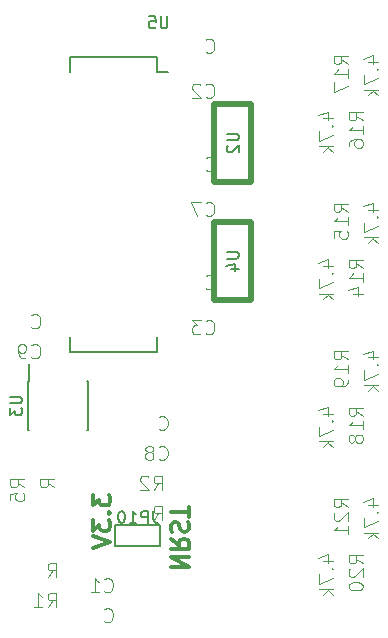
<source format=gbr>
G04 #@! TF.FileFunction,Legend,Bot*
%FSLAX46Y46*%
G04 Gerber Fmt 4.6, Leading zero omitted, Abs format (unit mm)*
G04 Created by KiCad (PCBNEW 4.0.4-stable) date 11/06/16 21:46:29*
%MOMM*%
%LPD*%
G01*
G04 APERTURE LIST*
%ADD10C,0.100000*%
%ADD11C,0.300000*%
%ADD12C,0.150000*%
%ADD13C,0.500000*%
%ADD14C,0.101600*%
G04 APERTURE END LIST*
D10*
D11*
X11178571Y-38785715D02*
X11178571Y-39714286D01*
X11750000Y-39214286D01*
X11750000Y-39428572D01*
X11821429Y-39571429D01*
X11892857Y-39642858D01*
X12035714Y-39714286D01*
X12392857Y-39714286D01*
X12535714Y-39642858D01*
X12607143Y-39571429D01*
X12678571Y-39428572D01*
X12678571Y-39000000D01*
X12607143Y-38857143D01*
X12535714Y-38785715D01*
X12535714Y-40357143D02*
X12607143Y-40428571D01*
X12678571Y-40357143D01*
X12607143Y-40285714D01*
X12535714Y-40357143D01*
X12678571Y-40357143D01*
X11178571Y-40928572D02*
X11178571Y-41857143D01*
X11750000Y-41357143D01*
X11750000Y-41571429D01*
X11821429Y-41714286D01*
X11892857Y-41785715D01*
X12035714Y-41857143D01*
X12392857Y-41857143D01*
X12535714Y-41785715D01*
X12607143Y-41714286D01*
X12678571Y-41571429D01*
X12678571Y-41142857D01*
X12607143Y-41000000D01*
X12535714Y-40928572D01*
X11178571Y-42285714D02*
X12678571Y-42785714D01*
X11178571Y-43285714D01*
X17821429Y-44964285D02*
X19321429Y-44964285D01*
X17821429Y-44107142D01*
X19321429Y-44107142D01*
X17821429Y-42535713D02*
X18535714Y-43035713D01*
X17821429Y-43392856D02*
X19321429Y-43392856D01*
X19321429Y-42821428D01*
X19250000Y-42678570D01*
X19178571Y-42607142D01*
X19035714Y-42535713D01*
X18821429Y-42535713D01*
X18678571Y-42607142D01*
X18607143Y-42678570D01*
X18535714Y-42821428D01*
X18535714Y-43392856D01*
X17892857Y-41964285D02*
X17821429Y-41749999D01*
X17821429Y-41392856D01*
X17892857Y-41249999D01*
X17964286Y-41178570D01*
X18107143Y-41107142D01*
X18250000Y-41107142D01*
X18392857Y-41178570D01*
X18464286Y-41249999D01*
X18535714Y-41392856D01*
X18607143Y-41678570D01*
X18678571Y-41821428D01*
X18750000Y-41892856D01*
X18892857Y-41964285D01*
X19035714Y-41964285D01*
X19178571Y-41892856D01*
X19250000Y-41821428D01*
X19321429Y-41678570D01*
X19321429Y-41321428D01*
X19250000Y-41107142D01*
X19321429Y-40678571D02*
X19321429Y-39821428D01*
X17821429Y-40249999D02*
X19321429Y-40249999D01*
D12*
X16629000Y-1769000D02*
X16629000Y-3039000D01*
X9279000Y-1769000D02*
X9279000Y-3039000D01*
X9279000Y-26679000D02*
X9279000Y-25409000D01*
X16629000Y-26679000D02*
X16629000Y-25409000D01*
X16629000Y-1769000D02*
X9279000Y-1769000D01*
X16629000Y-26679000D02*
X9279000Y-26679000D01*
X16629000Y-3039000D02*
X17564000Y-3039000D01*
D13*
X21500000Y-12300000D02*
X24600000Y-12300000D01*
X21500000Y-5700000D02*
X24600000Y-5700000D01*
X24600000Y-5700000D02*
X24600000Y-12300000D01*
X21500000Y-5700000D02*
X21500000Y-12300000D01*
D12*
X5675000Y-29175000D02*
X5820000Y-29175000D01*
X5675000Y-33325000D02*
X5820000Y-33325000D01*
X10825000Y-33325000D02*
X10680000Y-33325000D01*
X10825000Y-29175000D02*
X10680000Y-29175000D01*
X5675000Y-29175000D02*
X5675000Y-33325000D01*
X10825000Y-29175000D02*
X10825000Y-33325000D01*
X5820000Y-29175000D02*
X5820000Y-27775000D01*
X16905000Y-43139000D02*
X13095000Y-43139000D01*
X13095000Y-43139000D02*
X13095000Y-41361000D01*
X13095000Y-41361000D02*
X16905000Y-41361000D01*
X16905000Y-43139000D02*
X16905000Y-41361000D01*
D13*
X21500000Y-22300000D02*
X24600000Y-22300000D01*
X21500000Y-15700000D02*
X24600000Y-15700000D01*
X24600000Y-15700000D02*
X24600000Y-22300000D01*
X21500000Y-15700000D02*
X21500000Y-22300000D01*
D12*
X17525905Y1703619D02*
X17525905Y894095D01*
X17478286Y798857D01*
X17430667Y751238D01*
X17335429Y703619D01*
X17144952Y703619D01*
X17049714Y751238D01*
X17002095Y798857D01*
X16954476Y894095D01*
X16954476Y1703619D01*
X16002095Y1703619D02*
X16478286Y1703619D01*
X16525905Y1227429D01*
X16478286Y1275048D01*
X16383048Y1322667D01*
X16144952Y1322667D01*
X16049714Y1275048D01*
X16002095Y1227429D01*
X15954476Y1132190D01*
X15954476Y894095D01*
X16002095Y798857D01*
X16049714Y751238D01*
X16144952Y703619D01*
X16383048Y703619D01*
X16478286Y751238D01*
X16525905Y798857D01*
X22552381Y-8238095D02*
X23361905Y-8238095D01*
X23457143Y-8285714D01*
X23504762Y-8333333D01*
X23552381Y-8428571D01*
X23552381Y-8619048D01*
X23504762Y-8714286D01*
X23457143Y-8761905D01*
X23361905Y-8809524D01*
X22552381Y-8809524D01*
X22647619Y-9238095D02*
X22600000Y-9285714D01*
X22552381Y-9380952D01*
X22552381Y-9619048D01*
X22600000Y-9714286D01*
X22647619Y-9761905D01*
X22742857Y-9809524D01*
X22838095Y-9809524D01*
X22980952Y-9761905D01*
X23552381Y-9190476D01*
X23552381Y-9809524D01*
D14*
X12158310Y-46942643D02*
X12215762Y-47000095D01*
X12388119Y-47057548D01*
X12503024Y-47057548D01*
X12675381Y-47000095D01*
X12790286Y-46885190D01*
X12847738Y-46770286D01*
X12905190Y-46540476D01*
X12905190Y-46368119D01*
X12847738Y-46138310D01*
X12790286Y-46023405D01*
X12675381Y-45908500D01*
X12503024Y-45851048D01*
X12388119Y-45851048D01*
X12215762Y-45908500D01*
X12158310Y-45965952D01*
X11009262Y-47057548D02*
X11698690Y-47057548D01*
X11353976Y-47057548D02*
X11353976Y-45851048D01*
X11468881Y-46023405D01*
X11583786Y-46138310D01*
X11698690Y-46195762D01*
X12158310Y-49482643D02*
X12215762Y-49540095D01*
X12388119Y-49597548D01*
X12503024Y-49597548D01*
X12675381Y-49540095D01*
X12790286Y-49425190D01*
X12847738Y-49310286D01*
X12905190Y-49080476D01*
X12905190Y-48908119D01*
X12847738Y-48678310D01*
X12790286Y-48563405D01*
X12675381Y-48448500D01*
X12503024Y-48391048D01*
X12388119Y-48391048D01*
X12215762Y-48448500D01*
X12158310Y-48505952D01*
X7388310Y-48327548D02*
X7790476Y-47753024D01*
X8077738Y-48327548D02*
X8077738Y-47121048D01*
X7618119Y-47121048D01*
X7503214Y-47178500D01*
X7445762Y-47235952D01*
X7388310Y-47350857D01*
X7388310Y-47523214D01*
X7445762Y-47638119D01*
X7503214Y-47695571D01*
X7618119Y-47753024D01*
X8077738Y-47753024D01*
X6239262Y-48327548D02*
X6928690Y-48327548D01*
X6583976Y-48327548D02*
X6583976Y-47121048D01*
X6698881Y-47293405D01*
X6813786Y-47408310D01*
X6928690Y-47465762D01*
X7388310Y-45787548D02*
X7790476Y-45213024D01*
X8077738Y-45787548D02*
X8077738Y-44581048D01*
X7618119Y-44581048D01*
X7503214Y-44638500D01*
X7445762Y-44695952D01*
X7388310Y-44810857D01*
X7388310Y-44983214D01*
X7445762Y-45098119D01*
X7503214Y-45155571D01*
X7618119Y-45213024D01*
X8077738Y-45213024D01*
X16358310Y-38407548D02*
X16760476Y-37833024D01*
X17047738Y-38407548D02*
X17047738Y-37201048D01*
X16588119Y-37201048D01*
X16473214Y-37258500D01*
X16415762Y-37315952D01*
X16358310Y-37430857D01*
X16358310Y-37603214D01*
X16415762Y-37718119D01*
X16473214Y-37775571D01*
X16588119Y-37833024D01*
X17047738Y-37833024D01*
X15898690Y-37315952D02*
X15841238Y-37258500D01*
X15726333Y-37201048D01*
X15439071Y-37201048D01*
X15324167Y-37258500D01*
X15266714Y-37315952D01*
X15209262Y-37430857D01*
X15209262Y-37545762D01*
X15266714Y-37718119D01*
X15956143Y-38407548D01*
X15209262Y-38407548D01*
X16358310Y-40947548D02*
X16760476Y-40373024D01*
X17047738Y-40947548D02*
X17047738Y-39741048D01*
X16588119Y-39741048D01*
X16473214Y-39798500D01*
X16415762Y-39855952D01*
X16358310Y-39970857D01*
X16358310Y-40143214D01*
X16415762Y-40258119D01*
X16473214Y-40315571D01*
X16588119Y-40373024D01*
X17047738Y-40373024D01*
D12*
X4202381Y-30488095D02*
X5011905Y-30488095D01*
X5107143Y-30535714D01*
X5154762Y-30583333D01*
X5202381Y-30678571D01*
X5202381Y-30869048D01*
X5154762Y-30964286D01*
X5107143Y-31011905D01*
X5011905Y-31059524D01*
X4202381Y-31059524D01*
X4202381Y-31440476D02*
X4202381Y-32059524D01*
X4583333Y-31726190D01*
X4583333Y-31869048D01*
X4630952Y-31964286D01*
X4678571Y-32011905D01*
X4773810Y-32059524D01*
X5011905Y-32059524D01*
X5107143Y-32011905D01*
X5154762Y-31964286D01*
X5202381Y-31869048D01*
X5202381Y-31583333D01*
X5154762Y-31488095D01*
X5107143Y-31440476D01*
D14*
X5403548Y-38187690D02*
X4829024Y-37785524D01*
X5403548Y-37498262D02*
X4197048Y-37498262D01*
X4197048Y-37957881D01*
X4254500Y-38072786D01*
X4311952Y-38130238D01*
X4426857Y-38187690D01*
X4599214Y-38187690D01*
X4714119Y-38130238D01*
X4771571Y-38072786D01*
X4829024Y-37957881D01*
X4829024Y-37498262D01*
X4197048Y-39279286D02*
X4197048Y-38704762D01*
X4771571Y-38647310D01*
X4714119Y-38704762D01*
X4656667Y-38819667D01*
X4656667Y-39106929D01*
X4714119Y-39221833D01*
X4771571Y-39279286D01*
X4886476Y-39336738D01*
X5173738Y-39336738D01*
X5288643Y-39279286D01*
X5346095Y-39221833D01*
X5403548Y-39106929D01*
X5403548Y-38819667D01*
X5346095Y-38704762D01*
X5288643Y-38647310D01*
X7943548Y-38187690D02*
X7369024Y-37785524D01*
X7943548Y-37498262D02*
X6737048Y-37498262D01*
X6737048Y-37957881D01*
X6794500Y-38072786D01*
X6851952Y-38130238D01*
X6966857Y-38187690D01*
X7139214Y-38187690D01*
X7254119Y-38130238D01*
X7311571Y-38072786D01*
X7369024Y-37957881D01*
X7369024Y-37498262D01*
D12*
X16309523Y-40178381D02*
X16309523Y-40892667D01*
X16357143Y-41035524D01*
X16452381Y-41130762D01*
X16595238Y-41178381D01*
X16690476Y-41178381D01*
X15833333Y-41178381D02*
X15833333Y-40178381D01*
X15452380Y-40178381D01*
X15357142Y-40226000D01*
X15309523Y-40273619D01*
X15261904Y-40368857D01*
X15261904Y-40511714D01*
X15309523Y-40606952D01*
X15357142Y-40654571D01*
X15452380Y-40702190D01*
X15833333Y-40702190D01*
X14309523Y-41178381D02*
X14880952Y-41178381D01*
X14595238Y-41178381D02*
X14595238Y-40178381D01*
X14690476Y-40321238D01*
X14785714Y-40416476D01*
X14880952Y-40464095D01*
X13690476Y-40178381D02*
X13595237Y-40178381D01*
X13499999Y-40226000D01*
X13452380Y-40273619D01*
X13404761Y-40368857D01*
X13357142Y-40559333D01*
X13357142Y-40797429D01*
X13404761Y-40987905D01*
X13452380Y-41083143D01*
X13499999Y-41130762D01*
X13595237Y-41178381D01*
X13690476Y-41178381D01*
X13785714Y-41130762D01*
X13833333Y-41083143D01*
X13880952Y-40987905D01*
X13928571Y-40797429D01*
X13928571Y-40559333D01*
X13880952Y-40368857D01*
X13833333Y-40273619D01*
X13785714Y-40226000D01*
X13690476Y-40178381D01*
X22552381Y-18238095D02*
X23361905Y-18238095D01*
X23457143Y-18285714D01*
X23504762Y-18333333D01*
X23552381Y-18428571D01*
X23552381Y-18619048D01*
X23504762Y-18714286D01*
X23457143Y-18761905D01*
X23361905Y-18809524D01*
X22552381Y-18809524D01*
X22885714Y-19714286D02*
X23552381Y-19714286D01*
X22504762Y-19476190D02*
X23219048Y-19238095D01*
X23219048Y-19857143D01*
D14*
X20753310Y-5097643D02*
X20810762Y-5155095D01*
X20983119Y-5212548D01*
X21098024Y-5212548D01*
X21270381Y-5155095D01*
X21385286Y-5040190D01*
X21442738Y-4925286D01*
X21500190Y-4695476D01*
X21500190Y-4523119D01*
X21442738Y-4293310D01*
X21385286Y-4178405D01*
X21270381Y-4063500D01*
X21098024Y-4006048D01*
X20983119Y-4006048D01*
X20810762Y-4063500D01*
X20753310Y-4120952D01*
X20293690Y-4120952D02*
X20236238Y-4063500D01*
X20121333Y-4006048D01*
X19834071Y-4006048D01*
X19719167Y-4063500D01*
X19661714Y-4120952D01*
X19604262Y-4235857D01*
X19604262Y-4350762D01*
X19661714Y-4523119D01*
X20351143Y-5212548D01*
X19604262Y-5212548D01*
X20753310Y-1287643D02*
X20810762Y-1345095D01*
X20983119Y-1402548D01*
X21098024Y-1402548D01*
X21270381Y-1345095D01*
X21385286Y-1230190D01*
X21442738Y-1115286D01*
X21500190Y-885476D01*
X21500190Y-713119D01*
X21442738Y-483310D01*
X21385286Y-368405D01*
X21270381Y-253500D01*
X21098024Y-196048D01*
X20983119Y-196048D01*
X20810762Y-253500D01*
X20753310Y-310952D01*
X20753310Y-25097643D02*
X20810762Y-25155095D01*
X20983119Y-25212548D01*
X21098024Y-25212548D01*
X21270381Y-25155095D01*
X21385286Y-25040190D01*
X21442738Y-24925286D01*
X21500190Y-24695476D01*
X21500190Y-24523119D01*
X21442738Y-24293310D01*
X21385286Y-24178405D01*
X21270381Y-24063500D01*
X21098024Y-24006048D01*
X20983119Y-24006048D01*
X20810762Y-24063500D01*
X20753310Y-24120952D01*
X20351143Y-24006048D02*
X19604262Y-24006048D01*
X20006429Y-24465667D01*
X19834071Y-24465667D01*
X19719167Y-24523119D01*
X19661714Y-24580571D01*
X19604262Y-24695476D01*
X19604262Y-24982738D01*
X19661714Y-25097643D01*
X19719167Y-25155095D01*
X19834071Y-25212548D01*
X20178786Y-25212548D01*
X20293690Y-25155095D01*
X20351143Y-25097643D01*
X20753310Y-21287643D02*
X20810762Y-21345095D01*
X20983119Y-21402548D01*
X21098024Y-21402548D01*
X21270381Y-21345095D01*
X21385286Y-21230190D01*
X21442738Y-21115286D01*
X21500190Y-20885476D01*
X21500190Y-20713119D01*
X21442738Y-20483310D01*
X21385286Y-20368405D01*
X21270381Y-20253500D01*
X21098024Y-20196048D01*
X20983119Y-20196048D01*
X20810762Y-20253500D01*
X20753310Y-20310952D01*
X20753310Y-15097643D02*
X20810762Y-15155095D01*
X20983119Y-15212548D01*
X21098024Y-15212548D01*
X21270381Y-15155095D01*
X21385286Y-15040190D01*
X21442738Y-14925286D01*
X21500190Y-14695476D01*
X21500190Y-14523119D01*
X21442738Y-14293310D01*
X21385286Y-14178405D01*
X21270381Y-14063500D01*
X21098024Y-14006048D01*
X20983119Y-14006048D01*
X20810762Y-14063500D01*
X20753310Y-14120952D01*
X20351143Y-14006048D02*
X19546810Y-14006048D01*
X20063881Y-15212548D01*
X20753310Y-11287643D02*
X20810762Y-11345095D01*
X20983119Y-11402548D01*
X21098024Y-11402548D01*
X21270381Y-11345095D01*
X21385286Y-11230190D01*
X21442738Y-11115286D01*
X21500190Y-10885476D01*
X21500190Y-10713119D01*
X21442738Y-10483310D01*
X21385286Y-10368405D01*
X21270381Y-10253500D01*
X21098024Y-10196048D01*
X20983119Y-10196048D01*
X20810762Y-10253500D01*
X20753310Y-10310952D01*
X16788310Y-35762643D02*
X16845762Y-35820095D01*
X17018119Y-35877548D01*
X17133024Y-35877548D01*
X17305381Y-35820095D01*
X17420286Y-35705190D01*
X17477738Y-35590286D01*
X17535190Y-35360476D01*
X17535190Y-35188119D01*
X17477738Y-34958310D01*
X17420286Y-34843405D01*
X17305381Y-34728500D01*
X17133024Y-34671048D01*
X17018119Y-34671048D01*
X16845762Y-34728500D01*
X16788310Y-34785952D01*
X16098881Y-35188119D02*
X16213786Y-35130667D01*
X16271238Y-35073214D01*
X16328690Y-34958310D01*
X16328690Y-34900857D01*
X16271238Y-34785952D01*
X16213786Y-34728500D01*
X16098881Y-34671048D01*
X15869071Y-34671048D01*
X15754167Y-34728500D01*
X15696714Y-34785952D01*
X15639262Y-34900857D01*
X15639262Y-34958310D01*
X15696714Y-35073214D01*
X15754167Y-35130667D01*
X15869071Y-35188119D01*
X16098881Y-35188119D01*
X16213786Y-35245571D01*
X16271238Y-35303024D01*
X16328690Y-35417929D01*
X16328690Y-35647738D01*
X16271238Y-35762643D01*
X16213786Y-35820095D01*
X16098881Y-35877548D01*
X15869071Y-35877548D01*
X15754167Y-35820095D01*
X15696714Y-35762643D01*
X15639262Y-35647738D01*
X15639262Y-35417929D01*
X15696714Y-35303024D01*
X15754167Y-35245571D01*
X15869071Y-35188119D01*
X16788310Y-33222643D02*
X16845762Y-33280095D01*
X17018119Y-33337548D01*
X17133024Y-33337548D01*
X17305381Y-33280095D01*
X17420286Y-33165190D01*
X17477738Y-33050286D01*
X17535190Y-32820476D01*
X17535190Y-32648119D01*
X17477738Y-32418310D01*
X17420286Y-32303405D01*
X17305381Y-32188500D01*
X17133024Y-32131048D01*
X17018119Y-32131048D01*
X16845762Y-32188500D01*
X16788310Y-32245952D01*
X6008310Y-27132643D02*
X6065762Y-27190095D01*
X6238119Y-27247548D01*
X6353024Y-27247548D01*
X6525381Y-27190095D01*
X6640286Y-27075190D01*
X6697738Y-26960286D01*
X6755190Y-26730476D01*
X6755190Y-26558119D01*
X6697738Y-26328310D01*
X6640286Y-26213405D01*
X6525381Y-26098500D01*
X6353024Y-26041048D01*
X6238119Y-26041048D01*
X6065762Y-26098500D01*
X6008310Y-26155952D01*
X5433786Y-27247548D02*
X5203976Y-27247548D01*
X5089071Y-27190095D01*
X5031619Y-27132643D01*
X4916714Y-26960286D01*
X4859262Y-26730476D01*
X4859262Y-26270857D01*
X4916714Y-26155952D01*
X4974167Y-26098500D01*
X5089071Y-26041048D01*
X5318881Y-26041048D01*
X5433786Y-26098500D01*
X5491238Y-26155952D01*
X5548690Y-26270857D01*
X5548690Y-26558119D01*
X5491238Y-26673024D01*
X5433786Y-26730476D01*
X5318881Y-26787929D01*
X5089071Y-26787929D01*
X4974167Y-26730476D01*
X4916714Y-26673024D01*
X4859262Y-26558119D01*
X6008310Y-24592643D02*
X6065762Y-24650095D01*
X6238119Y-24707548D01*
X6353024Y-24707548D01*
X6525381Y-24650095D01*
X6640286Y-24535190D01*
X6697738Y-24420286D01*
X6755190Y-24190476D01*
X6755190Y-24018119D01*
X6697738Y-23788310D01*
X6640286Y-23673405D01*
X6525381Y-23558500D01*
X6353024Y-23501048D01*
X6238119Y-23501048D01*
X6065762Y-23558500D01*
X6008310Y-23615952D01*
X34077548Y-19611690D02*
X33503024Y-19209524D01*
X34077548Y-18922262D02*
X32871048Y-18922262D01*
X32871048Y-19381881D01*
X32928500Y-19496786D01*
X32985952Y-19554238D01*
X33100857Y-19611690D01*
X33273214Y-19611690D01*
X33388119Y-19554238D01*
X33445571Y-19496786D01*
X33503024Y-19381881D01*
X33503024Y-18922262D01*
X34077548Y-20760738D02*
X34077548Y-20071310D01*
X34077548Y-20416024D02*
X32871048Y-20416024D01*
X33043405Y-20301119D01*
X33158310Y-20186214D01*
X33215762Y-20071310D01*
X33273214Y-21794881D02*
X34077548Y-21794881D01*
X32813595Y-21507619D02*
X33675381Y-21220358D01*
X33675381Y-21967238D01*
X30733214Y-19439333D02*
X31537548Y-19439333D01*
X30273595Y-19152071D02*
X31135381Y-18864810D01*
X31135381Y-19611690D01*
X31422643Y-20071310D02*
X31480095Y-20128762D01*
X31537548Y-20071310D01*
X31480095Y-20013858D01*
X31422643Y-20071310D01*
X31537548Y-20071310D01*
X30331048Y-20530929D02*
X30331048Y-21335262D01*
X31537548Y-20818191D01*
X31537548Y-21794882D02*
X30331048Y-21794882D01*
X31077929Y-21909787D02*
X31537548Y-22254501D01*
X30733214Y-22254501D02*
X31192833Y-21794882D01*
X32807548Y-14841690D02*
X32233024Y-14439524D01*
X32807548Y-14152262D02*
X31601048Y-14152262D01*
X31601048Y-14611881D01*
X31658500Y-14726786D01*
X31715952Y-14784238D01*
X31830857Y-14841690D01*
X32003214Y-14841690D01*
X32118119Y-14784238D01*
X32175571Y-14726786D01*
X32233024Y-14611881D01*
X32233024Y-14152262D01*
X32807548Y-15990738D02*
X32807548Y-15301310D01*
X32807548Y-15646024D02*
X31601048Y-15646024D01*
X31773405Y-15531119D01*
X31888310Y-15416214D01*
X31945762Y-15301310D01*
X31601048Y-17082334D02*
X31601048Y-16507810D01*
X32175571Y-16450358D01*
X32118119Y-16507810D01*
X32060667Y-16622715D01*
X32060667Y-16909977D01*
X32118119Y-17024881D01*
X32175571Y-17082334D01*
X32290476Y-17139786D01*
X32577738Y-17139786D01*
X32692643Y-17082334D01*
X32750095Y-17024881D01*
X32807548Y-16909977D01*
X32807548Y-16622715D01*
X32750095Y-16507810D01*
X32692643Y-16450358D01*
X34543214Y-14669333D02*
X35347548Y-14669333D01*
X34083595Y-14382071D02*
X34945381Y-14094810D01*
X34945381Y-14841690D01*
X35232643Y-15301310D02*
X35290095Y-15358762D01*
X35347548Y-15301310D01*
X35290095Y-15243858D01*
X35232643Y-15301310D01*
X35347548Y-15301310D01*
X34141048Y-15760929D02*
X34141048Y-16565262D01*
X35347548Y-16048191D01*
X35347548Y-17024882D02*
X34141048Y-17024882D01*
X34887929Y-17139787D02*
X35347548Y-17484501D01*
X34543214Y-17484501D02*
X35002833Y-17024882D01*
X34077548Y-7111690D02*
X33503024Y-6709524D01*
X34077548Y-6422262D02*
X32871048Y-6422262D01*
X32871048Y-6881881D01*
X32928500Y-6996786D01*
X32985952Y-7054238D01*
X33100857Y-7111690D01*
X33273214Y-7111690D01*
X33388119Y-7054238D01*
X33445571Y-6996786D01*
X33503024Y-6881881D01*
X33503024Y-6422262D01*
X34077548Y-8260738D02*
X34077548Y-7571310D01*
X34077548Y-7916024D02*
X32871048Y-7916024D01*
X33043405Y-7801119D01*
X33158310Y-7686214D01*
X33215762Y-7571310D01*
X32871048Y-9294881D02*
X32871048Y-9065072D01*
X32928500Y-8950167D01*
X32985952Y-8892715D01*
X33158310Y-8777810D01*
X33388119Y-8720358D01*
X33847738Y-8720358D01*
X33962643Y-8777810D01*
X34020095Y-8835262D01*
X34077548Y-8950167D01*
X34077548Y-9179977D01*
X34020095Y-9294881D01*
X33962643Y-9352334D01*
X33847738Y-9409786D01*
X33560476Y-9409786D01*
X33445571Y-9352334D01*
X33388119Y-9294881D01*
X33330667Y-9179977D01*
X33330667Y-8950167D01*
X33388119Y-8835262D01*
X33445571Y-8777810D01*
X33560476Y-8720358D01*
X30733214Y-6939333D02*
X31537548Y-6939333D01*
X30273595Y-6652071D02*
X31135381Y-6364810D01*
X31135381Y-7111690D01*
X31422643Y-7571310D02*
X31480095Y-7628762D01*
X31537548Y-7571310D01*
X31480095Y-7513858D01*
X31422643Y-7571310D01*
X31537548Y-7571310D01*
X30331048Y-8030929D02*
X30331048Y-8835262D01*
X31537548Y-8318191D01*
X31537548Y-9294882D02*
X30331048Y-9294882D01*
X31077929Y-9409787D02*
X31537548Y-9754501D01*
X30733214Y-9754501D02*
X31192833Y-9294882D01*
X32807548Y-2341690D02*
X32233024Y-1939524D01*
X32807548Y-1652262D02*
X31601048Y-1652262D01*
X31601048Y-2111881D01*
X31658500Y-2226786D01*
X31715952Y-2284238D01*
X31830857Y-2341690D01*
X32003214Y-2341690D01*
X32118119Y-2284238D01*
X32175571Y-2226786D01*
X32233024Y-2111881D01*
X32233024Y-1652262D01*
X32807548Y-3490738D02*
X32807548Y-2801310D01*
X32807548Y-3146024D02*
X31601048Y-3146024D01*
X31773405Y-3031119D01*
X31888310Y-2916214D01*
X31945762Y-2801310D01*
X31601048Y-3892905D02*
X31601048Y-4697238D01*
X32807548Y-4180167D01*
X34543214Y-2169333D02*
X35347548Y-2169333D01*
X34083595Y-1882071D02*
X34945381Y-1594810D01*
X34945381Y-2341690D01*
X35232643Y-2801310D02*
X35290095Y-2858762D01*
X35347548Y-2801310D01*
X35290095Y-2743858D01*
X35232643Y-2801310D01*
X35347548Y-2801310D01*
X34141048Y-3260929D02*
X34141048Y-4065262D01*
X35347548Y-3548191D01*
X35347548Y-4524882D02*
X34141048Y-4524882D01*
X34887929Y-4639787D02*
X35347548Y-4984501D01*
X34543214Y-4984501D02*
X35002833Y-4524882D01*
X34077548Y-32111690D02*
X33503024Y-31709524D01*
X34077548Y-31422262D02*
X32871048Y-31422262D01*
X32871048Y-31881881D01*
X32928500Y-31996786D01*
X32985952Y-32054238D01*
X33100857Y-32111690D01*
X33273214Y-32111690D01*
X33388119Y-32054238D01*
X33445571Y-31996786D01*
X33503024Y-31881881D01*
X33503024Y-31422262D01*
X34077548Y-33260738D02*
X34077548Y-32571310D01*
X34077548Y-32916024D02*
X32871048Y-32916024D01*
X33043405Y-32801119D01*
X33158310Y-32686214D01*
X33215762Y-32571310D01*
X33388119Y-33950167D02*
X33330667Y-33835262D01*
X33273214Y-33777810D01*
X33158310Y-33720358D01*
X33100857Y-33720358D01*
X32985952Y-33777810D01*
X32928500Y-33835262D01*
X32871048Y-33950167D01*
X32871048Y-34179977D01*
X32928500Y-34294881D01*
X32985952Y-34352334D01*
X33100857Y-34409786D01*
X33158310Y-34409786D01*
X33273214Y-34352334D01*
X33330667Y-34294881D01*
X33388119Y-34179977D01*
X33388119Y-33950167D01*
X33445571Y-33835262D01*
X33503024Y-33777810D01*
X33617929Y-33720358D01*
X33847738Y-33720358D01*
X33962643Y-33777810D01*
X34020095Y-33835262D01*
X34077548Y-33950167D01*
X34077548Y-34179977D01*
X34020095Y-34294881D01*
X33962643Y-34352334D01*
X33847738Y-34409786D01*
X33617929Y-34409786D01*
X33503024Y-34352334D01*
X33445571Y-34294881D01*
X33388119Y-34179977D01*
X30733214Y-31939333D02*
X31537548Y-31939333D01*
X30273595Y-31652071D02*
X31135381Y-31364810D01*
X31135381Y-32111690D01*
X31422643Y-32571310D02*
X31480095Y-32628762D01*
X31537548Y-32571310D01*
X31480095Y-32513858D01*
X31422643Y-32571310D01*
X31537548Y-32571310D01*
X30331048Y-33030929D02*
X30331048Y-33835262D01*
X31537548Y-33318191D01*
X31537548Y-34294882D02*
X30331048Y-34294882D01*
X31077929Y-34409787D02*
X31537548Y-34754501D01*
X30733214Y-34754501D02*
X31192833Y-34294882D01*
X32807548Y-27341690D02*
X32233024Y-26939524D01*
X32807548Y-26652262D02*
X31601048Y-26652262D01*
X31601048Y-27111881D01*
X31658500Y-27226786D01*
X31715952Y-27284238D01*
X31830857Y-27341690D01*
X32003214Y-27341690D01*
X32118119Y-27284238D01*
X32175571Y-27226786D01*
X32233024Y-27111881D01*
X32233024Y-26652262D01*
X32807548Y-28490738D02*
X32807548Y-27801310D01*
X32807548Y-28146024D02*
X31601048Y-28146024D01*
X31773405Y-28031119D01*
X31888310Y-27916214D01*
X31945762Y-27801310D01*
X32807548Y-29065262D02*
X32807548Y-29295072D01*
X32750095Y-29409977D01*
X32692643Y-29467429D01*
X32520286Y-29582334D01*
X32290476Y-29639786D01*
X31830857Y-29639786D01*
X31715952Y-29582334D01*
X31658500Y-29524881D01*
X31601048Y-29409977D01*
X31601048Y-29180167D01*
X31658500Y-29065262D01*
X31715952Y-29007810D01*
X31830857Y-28950358D01*
X32118119Y-28950358D01*
X32233024Y-29007810D01*
X32290476Y-29065262D01*
X32347929Y-29180167D01*
X32347929Y-29409977D01*
X32290476Y-29524881D01*
X32233024Y-29582334D01*
X32118119Y-29639786D01*
X34543214Y-27169333D02*
X35347548Y-27169333D01*
X34083595Y-26882071D02*
X34945381Y-26594810D01*
X34945381Y-27341690D01*
X35232643Y-27801310D02*
X35290095Y-27858762D01*
X35347548Y-27801310D01*
X35290095Y-27743858D01*
X35232643Y-27801310D01*
X35347548Y-27801310D01*
X34141048Y-28260929D02*
X34141048Y-29065262D01*
X35347548Y-28548191D01*
X35347548Y-29524882D02*
X34141048Y-29524882D01*
X34887929Y-29639787D02*
X35347548Y-29984501D01*
X34543214Y-29984501D02*
X35002833Y-29524882D01*
X34077548Y-44611690D02*
X33503024Y-44209524D01*
X34077548Y-43922262D02*
X32871048Y-43922262D01*
X32871048Y-44381881D01*
X32928500Y-44496786D01*
X32985952Y-44554238D01*
X33100857Y-44611690D01*
X33273214Y-44611690D01*
X33388119Y-44554238D01*
X33445571Y-44496786D01*
X33503024Y-44381881D01*
X33503024Y-43922262D01*
X32985952Y-45071310D02*
X32928500Y-45128762D01*
X32871048Y-45243667D01*
X32871048Y-45530929D01*
X32928500Y-45645833D01*
X32985952Y-45703286D01*
X33100857Y-45760738D01*
X33215762Y-45760738D01*
X33388119Y-45703286D01*
X34077548Y-45013857D01*
X34077548Y-45760738D01*
X32871048Y-46507619D02*
X32871048Y-46622524D01*
X32928500Y-46737429D01*
X32985952Y-46794881D01*
X33100857Y-46852334D01*
X33330667Y-46909786D01*
X33617929Y-46909786D01*
X33847738Y-46852334D01*
X33962643Y-46794881D01*
X34020095Y-46737429D01*
X34077548Y-46622524D01*
X34077548Y-46507619D01*
X34020095Y-46392715D01*
X33962643Y-46335262D01*
X33847738Y-46277810D01*
X33617929Y-46220358D01*
X33330667Y-46220358D01*
X33100857Y-46277810D01*
X32985952Y-46335262D01*
X32928500Y-46392715D01*
X32871048Y-46507619D01*
X30733214Y-44439333D02*
X31537548Y-44439333D01*
X30273595Y-44152071D02*
X31135381Y-43864810D01*
X31135381Y-44611690D01*
X31422643Y-45071310D02*
X31480095Y-45128762D01*
X31537548Y-45071310D01*
X31480095Y-45013858D01*
X31422643Y-45071310D01*
X31537548Y-45071310D01*
X30331048Y-45530929D02*
X30331048Y-46335262D01*
X31537548Y-45818191D01*
X31537548Y-46794882D02*
X30331048Y-46794882D01*
X31077929Y-46909787D02*
X31537548Y-47254501D01*
X30733214Y-47254501D02*
X31192833Y-46794882D01*
X32807548Y-39841690D02*
X32233024Y-39439524D01*
X32807548Y-39152262D02*
X31601048Y-39152262D01*
X31601048Y-39611881D01*
X31658500Y-39726786D01*
X31715952Y-39784238D01*
X31830857Y-39841690D01*
X32003214Y-39841690D01*
X32118119Y-39784238D01*
X32175571Y-39726786D01*
X32233024Y-39611881D01*
X32233024Y-39152262D01*
X31715952Y-40301310D02*
X31658500Y-40358762D01*
X31601048Y-40473667D01*
X31601048Y-40760929D01*
X31658500Y-40875833D01*
X31715952Y-40933286D01*
X31830857Y-40990738D01*
X31945762Y-40990738D01*
X32118119Y-40933286D01*
X32807548Y-40243857D01*
X32807548Y-40990738D01*
X32807548Y-42139786D02*
X32807548Y-41450358D01*
X32807548Y-41795072D02*
X31601048Y-41795072D01*
X31773405Y-41680167D01*
X31888310Y-41565262D01*
X31945762Y-41450358D01*
X34543214Y-39669333D02*
X35347548Y-39669333D01*
X34083595Y-39382071D02*
X34945381Y-39094810D01*
X34945381Y-39841690D01*
X35232643Y-40301310D02*
X35290095Y-40358762D01*
X35347548Y-40301310D01*
X35290095Y-40243858D01*
X35232643Y-40301310D01*
X35347548Y-40301310D01*
X34141048Y-40760929D02*
X34141048Y-41565262D01*
X35347548Y-41048191D01*
X35347548Y-42024882D02*
X34141048Y-42024882D01*
X34887929Y-42139787D02*
X35347548Y-42484501D01*
X34543214Y-42484501D02*
X35002833Y-42024882D01*
M02*

</source>
